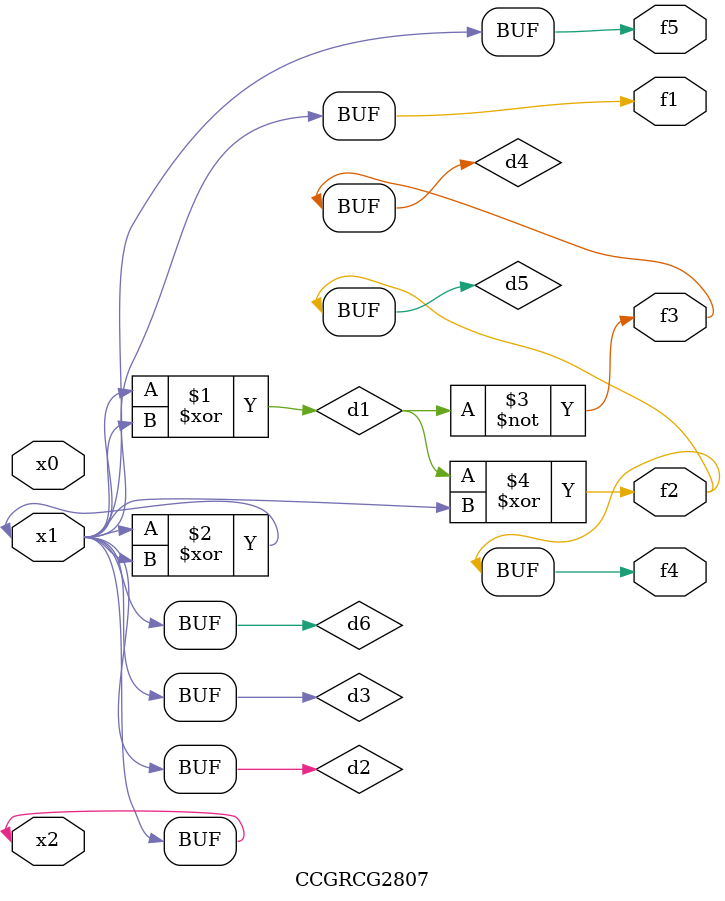
<source format=v>
module CCGRCG2807(
	input x0, x1, x2,
	output f1, f2, f3, f4, f5
);

	wire d1, d2, d3, d4, d5, d6;

	xor (d1, x1, x2);
	buf (d2, x1, x2);
	xor (d3, x1, x2);
	nor (d4, d1);
	xor (d5, d1, d2);
	buf (d6, d2, d3);
	assign f1 = d6;
	assign f2 = d5;
	assign f3 = d4;
	assign f4 = d5;
	assign f5 = d6;
endmodule

</source>
